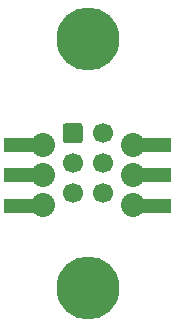
<source format=gbr>
%TF.GenerationSoftware,KiCad,Pcbnew,(5.1.8)-1*%
%TF.CreationDate,2021-11-24T15:46:35-08:00*%
%TF.ProjectId,ISP_SMT_Pogo_6p,4953505f-534d-4545-9f50-6f676f5f3670,rev?*%
%TF.SameCoordinates,Original*%
%TF.FileFunction,Soldermask,Bot*%
%TF.FilePolarity,Negative*%
%FSLAX46Y46*%
G04 Gerber Fmt 4.6, Leading zero omitted, Abs format (unit mm)*
G04 Created by KiCad (PCBNEW (5.1.8)-1) date 2021-11-24 15:46:35*
%MOMM*%
%LPD*%
G01*
G04 APERTURE LIST*
%ADD10R,2.540000X1.270000*%
%ADD11C,2.032000*%
%ADD12C,1.700000*%
%ADD13C,5.334000*%
G04 APERTURE END LIST*
D10*
%TO.C,J2*%
X134408000Y-76591000D03*
X134408000Y-81691000D03*
X134408000Y-79091000D03*
X146008000Y-79091000D03*
X146008000Y-81691000D03*
X146008000Y-76591000D03*
D11*
X144018000Y-81661000D03*
X144018000Y-79121000D03*
X136398000Y-81661000D03*
X136398000Y-79121000D03*
X136398000Y-76581000D03*
X144018000Y-76581000D03*
%TD*%
D12*
%TO.C,J1*%
X141478000Y-80645000D03*
X141478000Y-78105000D03*
X141478000Y-75565000D03*
X138938000Y-80645000D03*
X138938000Y-78105000D03*
G36*
G01*
X138088000Y-76165000D02*
X138088000Y-74965000D01*
G75*
G02*
X138338000Y-74715000I250000J0D01*
G01*
X139538000Y-74715000D01*
G75*
G02*
X139788000Y-74965000I0J-250000D01*
G01*
X139788000Y-76165000D01*
G75*
G02*
X139538000Y-76415000I-250000J0D01*
G01*
X138338000Y-76415000D01*
G75*
G02*
X138088000Y-76165000I0J250000D01*
G01*
G37*
%TD*%
D13*
%TO.C,H2*%
X140208000Y-88646000D03*
%TD*%
%TO.C,H1*%
X140208000Y-67564000D03*
%TD*%
M02*

</source>
